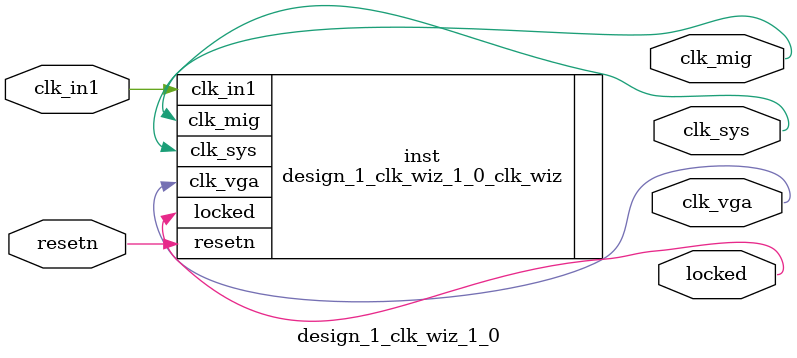
<source format=v>


`timescale 1ps/1ps

(* CORE_GENERATION_INFO = "design_1_clk_wiz_1_0,clk_wiz_v6_0_2_0_0,{component_name=design_1_clk_wiz_1_0,use_phase_alignment=true,use_min_o_jitter=false,use_max_i_jitter=false,use_dyn_phase_shift=false,use_inclk_switchover=false,use_dyn_reconfig=false,enable_axi=0,feedback_source=FDBK_AUTO,PRIMITIVE=MMCM,num_out_clk=3,clkin1_period=10.000,clkin2_period=10.000,use_power_down=false,use_reset=true,use_locked=true,use_inclk_stopped=false,feedback_type=SINGLE,CLOCK_MGR_TYPE=NA,manual_override=false}" *)

module design_1_clk_wiz_1_0 
 (
  // Clock out ports
  output        clk_sys,
  output        clk_mig,
  output        clk_vga,
  // Status and control signals
  input         resetn,
  output        locked,
 // Clock in ports
  input         clk_in1
 );

  design_1_clk_wiz_1_0_clk_wiz inst
  (
  // Clock out ports  
  .clk_sys(clk_sys),
  .clk_mig(clk_mig),
  .clk_vga(clk_vga),
  // Status and control signals               
  .resetn(resetn), 
  .locked(locked),
 // Clock in ports
  .clk_in1(clk_in1)
  );

endmodule

</source>
